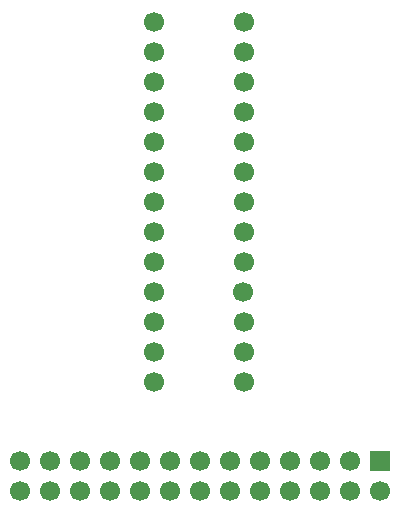
<source format=gbr>
G04 DipTrace 3.0.0.0*
G04 BottomMask.gbr*
%MOIN*%
G04 #@! TF.FileFunction,Soldermask,Bot*
G04 #@! TF.Part,Single*
%ADD36R,0.066929X0.066929*%
%ADD40C,0.066929*%
%FSLAX26Y26*%
G04*
G70*
G90*
G75*
G01*
G04 BotMask*
%LPD*%
D40*
X1564160Y893701D3*
Y993701D3*
Y1093701D3*
X1562586Y1193701D3*
X1564160Y1293701D3*
Y1393701D3*
Y1493701D3*
Y1593701D3*
Y1693701D3*
Y1793701D3*
Y1893701D3*
Y1993701D3*
Y2093701D3*
X1264160D3*
Y1993701D3*
Y1893701D3*
Y1793701D3*
Y1693701D3*
Y1593701D3*
Y1493701D3*
Y1393701D3*
Y1293701D3*
Y1193701D3*
Y1093701D3*
Y993701D3*
Y893701D3*
D36*
X2017441Y631221D3*
D40*
X1917441D3*
X1817441D3*
X1717441D3*
X1617441D3*
X1517441D3*
X1417441D3*
X1317441D3*
X1217441D3*
X1117441D3*
X1017441D3*
X917441D3*
X817441D3*
Y531221D3*
X917441D3*
X1017441D3*
X1117441D3*
X1217441D3*
X1317441D3*
X1417441D3*
X1517441D3*
X1617441D3*
X1717441D3*
X1817441D3*
X1917441D3*
X2017441D3*
M02*

</source>
